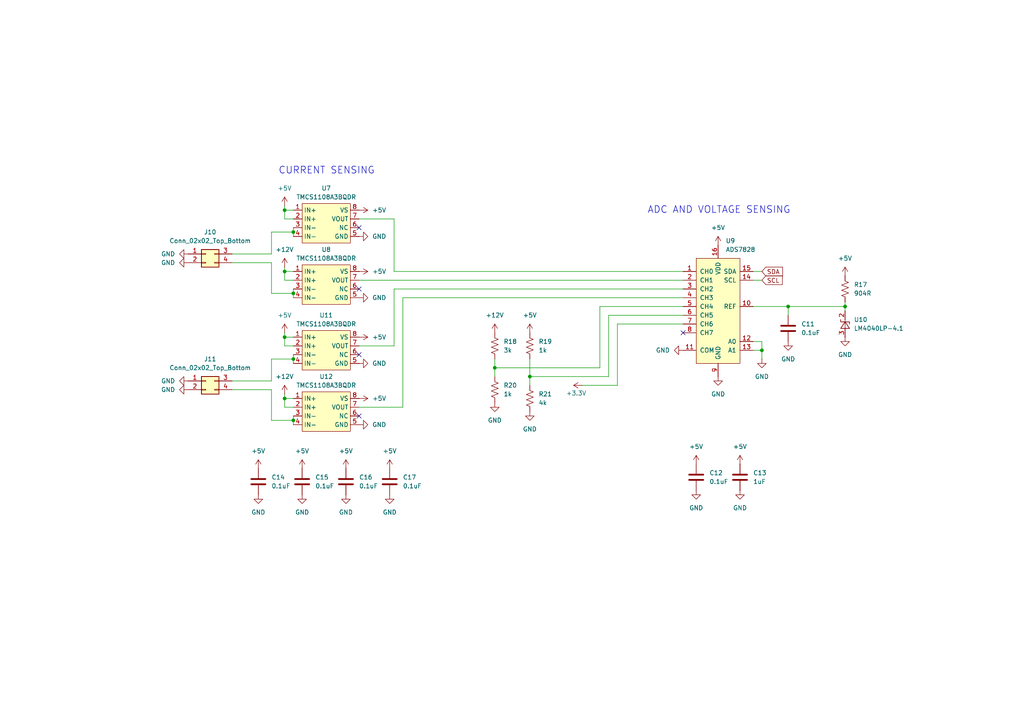
<source format=kicad_sch>
(kicad_sch (version 20231120) (generator "eeschema") (generator_version "8.0")
  (paper "A4")
  (lib_symbols
    (symbol "Analog_ADC:ADS7828" (pin_names (offset 1.016))
      (property "Reference" "U" (at -5.08 15.24 0))
      (property "Value" "ADS7828" (at 5.08 15.24 0))
      (symbol "ADS7828_0_1"
        (rectangle (start -6.35 13.97) (end 6.35 -16.51) (fill (type background)))
        (rectangle (start 6.35 -15.24) (end 6.35 -15.24))
      )
      (symbol "ADS7828_1_1"
        (pin input line (at -10.16 10.16 0) (length 3.81) (name "CH0") (number "1"))
        (pin bidirectional line (at 10.16 0 180) (length 3.81) (name "REF") (number "10"))
        (pin input line (at -10.16 -12.7 0) (length 3.81) (name "COM") (number "11"))
        (pin input line (at 10.16 -10.16 180) (length 3.81) (name "A0") (number "12"))
        (pin input line (at 10.16 -12.7 180) (length 3.81) (name "A1") (number "13"))
        (pin input line (at 10.16 7.62 180) (length 3.81) (name "SCL") (number "14"))
        (pin bidirectional line (at 10.16 10.16 180) (length 3.81) (name "SDA") (number "15"))
        (pin power_in line (at 0 17.78 270) (length 3.81) (name "VDD") (number "16"))
        (pin input line (at -10.16 7.62 0) (length 3.81) (name "CH1") (number "2"))
        (pin input line (at -10.16 5.08 0) (length 3.81) (name "CH2") (number "3"))
        (pin input line (at -10.16 2.54 0) (length 3.81) (name "CH3") (number "4"))
        (pin input line (at -10.16 0 0) (length 3.81) (name "CH4") (number "5"))
        (pin input line (at -10.16 -2.54 0) (length 3.81) (name "CH5") (number "6"))
        (pin input line (at -10.16 -5.08 0) (length 3.81) (name "CH6") (number "7"))
        (pin input line (at -10.16 -7.62 0) (length 3.81) (name "CH7") (number "8"))
        (pin power_in line (at 0 -20.32 90) (length 3.81) (name "GND") (number "9"))
      )
    )
    (symbol "Connector_Generic:Conn_02x02_Top_Bottom" (pin_names (offset 1.016) hide)
      (property "Reference" "J" (at 1.27 2.54 0))
      (property "Value" "Conn_02x02_Top_Bottom" (at 1.27 -5.08 0))
      (symbol "Conn_02x02_Top_Bottom_1_1"
        (rectangle (start -1.27 -2.413) (end 0 -2.667) (stroke (width 0.1524)))
        (rectangle (start -1.27 0.127) (end 0 -0.127) (stroke (width 0.1524)))
        (rectangle (start -1.27 1.27) (end 3.81 -3.81) (stroke (width 0.254)) (fill (type background)))
        (rectangle (start 3.81 -2.413) (end 2.54 -2.667) (stroke (width 0.1524)))
        (rectangle (start 3.81 0.127) (end 2.54 -0.127) (stroke (width 0.1524)))
        (pin passive line (at -5.08 0 0) (length 3.81) (name "Pin_1") (number "1"))
        (pin passive line (at -5.08 -2.54 0) (length 3.81) (name "Pin_2") (number "2"))
        (pin passive line (at 7.62 0 180) (length 3.81) (name "Pin_3") (number "3"))
        (pin passive line (at 7.62 -2.54 180) (length 3.81) (name "Pin_4") (number "4"))
      )
    )
    (symbol "Device:C" (pin_numbers hide) (pin_names (offset 0.254))
      (property "Reference" "C" (at 0.635 2.54 0))
      (property "Value" "C" (at 0.635 -2.54 0))
      (symbol "C_0_1"
        (polyline (pts (xy -2.032 -0.762) (xy 2.032 -0.762)) (stroke (width 0.508)))
        (polyline (pts (xy -2.032 0.762) (xy 2.032 0.762)) (stroke (width 0.508)))
      )
      (symbol "C_1_1"
        (pin passive line (at 0 3.81 270) (length 2.794) (name "~") (number "1"))
        (pin passive line (at 0 -3.81 90) (length 2.794) (name "~") (number "2"))
      )
    )
    (symbol "Device:R_US" (pin_numbers hide) (pin_names (offset 0))
      (property "Reference" "R" (at 2.54 0 90))
      (property "Value" "R_US" (at -2.54 0 90))
      (symbol "R_US_0_1"
        (polyline (pts (xy 0 -2.286) (xy 0 -2.54)))
        (polyline (pts (xy 0 2.286) (xy 0 2.54)))
        (polyline (pts (xy 0 -0.762) (xy 1.016 -1.143) (xy 0 -1.524) (xy -1.016 -1.905) (xy 0 -2.286)))
        (polyline (pts (xy 0 0.762) (xy 1.016 0.381) (xy 0 0) (xy -1.016 -0.381) (xy 0 -0.762)))
        (polyline (pts (xy 0 2.286) (xy 1.016 1.905) (xy 0 1.524) (xy -1.016 1.143) (xy 0 0.762)))
      )
      (symbol "R_US_1_1"
        (pin passive line (at 0 3.81 270) (length 1.27) (name "~") (number "1"))
        (pin passive line (at 0 -3.81 90) (length 1.27) (name "~") (number "2"))
      )
    )
    (symbol "Reference_Voltage:LM4040LP-4.1" (pin_names (offset 0.0254) hide)
      (property "Reference" "U" (at 0 2.54 0))
      (property "Value" "LM4040LP-4.1" (at 0 -3.175 0))
      (symbol "LM4040LP-4.1_0_1"
        (polyline (pts (xy -1.27 0) (xy 0 0) (xy 1.27 0)))
        (polyline (pts (xy -1.27 -1.27) (xy 0.635 0) (xy -1.27 1.27) (xy -1.27 -1.27)) (stroke (width 0.2032)))
        (polyline (pts (xy 0 -1.27) (xy 0.635 -1.27) (xy 0.635 1.27) (xy 1.27 1.27)) (stroke (width 0.2032)))
      )
      (symbol "LM4040LP-4.1_1_1"
        (pin no_connect line (at -1.27 0 0) (length 2.54) hide (name "NC") (number "1"))
        (pin passive line (at 3.81 0 180) (length 2.54) (name "K") (number "2"))
        (pin passive line (at -3.81 0 0) (length 2.54) (name "A") (number "3"))
      )
    )
    (symbol "bh_symbol_library:TMCS1108A3BQDR"
      (property "Reference" "U" (at -7.112 0.508 0))
      (property "Value" "TMCS1108A3BQDR" (at 0 0 0))
      (symbol "TMCS1108A3BQDR_1_1"
        (rectangle (start -7.62 -0.635) (end 6.35 -12.065) (fill (type background)))
        (pin input line (at -10.16 -2.54 0) (length 2.54) (name "IN+") (number "1"))
        (pin input line (at -10.16 -5.08 0) (length 2.54) (name "IN+") (number "2"))
        (pin input line (at -10.16 -7.62 0) (length 2.54) (name "IN-") (number "3"))
        (pin input line (at -10.16 -10.16 0) (length 2.54) (name "IN-") (number "4"))
        (pin input line (at 8.89 -10.16 180) (length 2.54) (name "GND") (number "5"))
        (pin input line (at 8.89 -7.62 180) (length 2.54) (name "NC") (number "6"))
        (pin input line (at 8.89 -5.08 180) (length 2.54) (name "VOUT") (number "7"))
        (pin input line (at 8.89 -2.54 180) (length 2.54) (name "VS") (number "8"))
      )
    )
    (symbol "power:+12V" (power) (pin_numbers hide) (pin_names (offset 0) hide)
      (property "Value" "+12V" (at 0 3.556 0))
      (symbol "+12V_0_1"
        (polyline (pts (xy -0.762 1.27) (xy 0 2.54)))
        (polyline (pts (xy 0 0) (xy 0 2.54)))
        (polyline (pts (xy 0 2.54) (xy 0.762 1.27)))
      )
      (symbol "+12V_1_1"
        (pin power_in line (at 0 0 90) (length 0) (name "~") (number "1"))
      )
    )
    (symbol "power:+3.3V" (power) (pin_numbers hide) (pin_names (offset 0) hide)
      (property "Value" "+3.3V" (at 0 3.556 0))
      (symbol "+3.3V_0_1"
        (polyline (pts (xy -0.762 1.27) (xy 0 2.54)))
        (polyline (pts (xy 0 0) (xy 0 2.54)))
        (polyline (pts (xy 0 2.54) (xy 0.762 1.27)))
      )
      (symbol "+3.3V_1_1"
        (pin power_in line (at 0 0 90) (length 0) (name "~") (number "1"))
      )
    )
    (symbol "power:+5V" (power) (pin_numbers hide) (pin_names (offset 0) hide)
      (property "Value" "+5V" (at 0 3.556 0))
      (symbol "+5V_0_1"
        (polyline (pts (xy -0.762 1.27) (xy 0 2.54)))
        (polyline (pts (xy 0 0) (xy 0 2.54)))
        (polyline (pts (xy 0 2.54) (xy 0.762 1.27)))
      )
      (symbol "+5V_1_1"
        (pin power_in line (at 0 0 90) (length 0) (name "~") (number "1"))
      )
    )
    (symbol "power:GND" (power) (pin_numbers hide) (pin_names (offset 0) hide)
      (property "Value" "GND" (at 0 -3.81 0))
      (symbol "GND_0_1"
        (polyline (pts (xy 0 0) (xy 0 -1.27) (xy 1.27 -1.27) (xy 0 -2.54) (xy -1.27 -1.27) (xy 0 -1.27)))
      )
      (symbol "GND_1_1"
        (pin power_in line (at 0 0 270) (length 0) (name "~") (number "1"))
      )
    )
  )
  (junction (at 143.51 106.68))
  (junction (at 85.09 85.09))
  (junction (at 220.98 101.6))
  (junction (at 153.67 109.22))
  (junction (at 82.55 78.74))
  (junction (at 82.55 60.96))
  (junction (at 82.55 115.57))
  (junction (at 245.11 88.9))
  (junction (at 82.55 97.79))
  (junction (at 85.09 121.92))
  (junction (at 85.09 104.14))
  (junction (at 85.09 67.31))
  (junction (at 228.6 88.9))
  (no_connect (at 104.14 102.87))
  (no_connect (at 104.14 83.82))
  (no_connect (at 198.12 96.52))
  (no_connect (at 104.14 120.65))
  (no_connect (at 104.14 66.04))
  (wire (pts (xy 198.12 93.98) (xy 179.07 93.98)))
  (wire (pts (xy 78.74 121.92) (xy 85.09 121.92)))
  (wire (pts (xy 116.84 118.11) (xy 116.84 86.36)))
  (wire (pts (xy 104.14 81.28) (xy 198.12 81.28)))
  (wire (pts (xy 82.55 97.79) (xy 85.09 97.79)))
  (wire (pts (xy 176.53 91.44) (xy 176.53 109.22)))
  (wire (pts (xy 85.09 100.33) (xy 82.55 100.33)))
  (wire (pts (xy 85.09 63.5) (xy 82.55 63.5)))
  (wire (pts (xy 85.09 121.92) (xy 85.09 123.19)))
  (wire (pts (xy 114.3 100.33) (xy 114.3 83.82)))
  (wire (pts (xy 82.55 96.52) (xy 82.55 97.79)))
  (wire (pts (xy 114.3 83.82) (xy 198.12 83.82)))
  (wire (pts (xy 82.55 77.47) (xy 82.55 78.74)))
  (wire (pts (xy 78.74 76.2) (xy 78.74 85.09)))
  (wire (pts (xy 114.3 78.74) (xy 198.12 78.74)))
  (wire (pts (xy 82.55 81.28) (xy 85.09 81.28)))
  (wire (pts (xy 218.44 81.28) (xy 220.98 81.28)))
  (wire (pts (xy 218.44 88.9) (xy 228.6 88.9)))
  (wire (pts (xy 67.31 76.2) (xy 78.74 76.2)))
  (wire (pts (xy 85.09 66.04) (xy 85.09 67.31)))
  (wire (pts (xy 85.09 102.87) (xy 85.09 104.14)))
  (wire (pts (xy 179.07 111.76) (xy 168.91 111.76)))
  (wire (pts (xy 82.55 115.57) (xy 85.09 115.57)))
  (wire (pts (xy 67.31 110.49) (xy 78.74 110.49)))
  (wire (pts (xy 179.07 93.98) (xy 179.07 111.76)))
  (wire (pts (xy 104.14 100.33) (xy 114.3 100.33)))
  (wire (pts (xy 220.98 101.6) (xy 220.98 104.14)))
  (wire (pts (xy 143.51 104.14) (xy 143.51 106.68)))
  (wire (pts (xy 82.55 59.69) (xy 82.55 60.96)))
  (wire (pts (xy 245.11 87.63) (xy 245.11 88.9)))
  (wire (pts (xy 78.74 85.09) (xy 85.09 85.09)))
  (wire (pts (xy 82.55 78.74) (xy 82.55 81.28)))
  (wire (pts (xy 78.74 104.14) (xy 85.09 104.14)))
  (wire (pts (xy 198.12 88.9) (xy 173.99 88.9)))
  (wire (pts (xy 82.55 78.74) (xy 85.09 78.74)))
  (wire (pts (xy 218.44 101.6) (xy 220.98 101.6)))
  (wire (pts (xy 153.67 104.14) (xy 153.67 109.22)))
  (wire (pts (xy 245.11 88.9) (xy 245.11 90.17)))
  (wire (pts (xy 143.51 106.68) (xy 143.51 109.22)))
  (wire (pts (xy 153.67 109.22) (xy 176.53 109.22)))
  (wire (pts (xy 85.09 67.31) (xy 85.09 68.58)))
  (wire (pts (xy 82.55 60.96) (xy 85.09 60.96)))
  (wire (pts (xy 173.99 88.9) (xy 173.99 106.68)))
  (wire (pts (xy 173.99 106.68) (xy 143.51 106.68)))
  (wire (pts (xy 78.74 67.31) (xy 85.09 67.31)))
  (wire (pts (xy 114.3 63.5) (xy 114.3 78.74)))
  (wire (pts (xy 153.67 109.22) (xy 153.67 111.76)))
  (wire (pts (xy 104.14 118.11) (xy 116.84 118.11)))
  (wire (pts (xy 82.55 60.96) (xy 82.55 63.5)))
  (wire (pts (xy 78.74 73.66) (xy 78.74 67.31)))
  (wire (pts (xy 220.98 99.06) (xy 220.98 101.6)))
  (wire (pts (xy 104.14 63.5) (xy 114.3 63.5)))
  (wire (pts (xy 85.09 104.14) (xy 85.09 105.41)))
  (wire (pts (xy 82.55 97.79) (xy 82.55 100.33)))
  (wire (pts (xy 67.31 113.03) (xy 78.74 113.03)))
  (wire (pts (xy 198.12 91.44) (xy 176.53 91.44)))
  (wire (pts (xy 78.74 110.49) (xy 78.74 104.14)))
  (wire (pts (xy 82.55 114.3) (xy 82.55 115.57)))
  (wire (pts (xy 228.6 91.44) (xy 228.6 88.9)))
  (wire (pts (xy 228.6 88.9) (xy 245.11 88.9)))
  (wire (pts (xy 82.55 118.11) (xy 85.09 118.11)))
  (wire (pts (xy 85.09 83.82) (xy 85.09 85.09)))
  (wire (pts (xy 85.09 120.65) (xy 85.09 121.92)))
  (wire (pts (xy 78.74 113.03) (xy 78.74 121.92)))
  (wire (pts (xy 116.84 86.36) (xy 198.12 86.36)))
  (wire (pts (xy 67.31 73.66) (xy 78.74 73.66)))
  (wire (pts (xy 218.44 78.74) (xy 220.98 78.74)))
  (wire (pts (xy 82.55 115.57) (xy 82.55 118.11)))
  (wire (pts (xy 85.09 85.09) (xy 85.09 86.36)))
  (wire (pts (xy 218.44 99.06) (xy 220.98 99.06)))
  (text "ADC AND VOLTAGE SENSING" (at 208.534 60.96 0) (effects (font (size 2 2))))
  (text "CURRENT SENSING" (at 94.742 49.53 0) (effects (font (size 2 2))))
  (global_label "SDA" (shape input) (at 220.98 78.74 0) (property "Intersheetrefs" "${INTERSHEET_REFS}" (effects (hide yes))))
  (global_label "SCL" (shape input) (at 220.98 81.28 0) (property "Intersheetrefs" "${INTERSHEET_REFS}" (effects (hide yes))))
  (symbol (lib_id "power:GND") (at 104.14 86.36 90) (unit 1)
    (property "Reference" "#PWR070" (effects (hide yes)))
    (property "Value" "GND" (at 107.95 86.3599 90) (effects (justify right)))
    (property "Description" "Power symbol creates a global label with name \"GND\" , ground" (effects (hide yes)))
  )
  (symbol (lib_id "power:GND") (at 87.63 143.51 0) (unit 1)
    (property "Reference" "#PWR098" (effects (hide yes)))
    (property "Value" "GND" (at 87.63 148.59 0))
    (property "Description" "Power symbol creates a global label with name \"GND\" , ground" (effects (hide yes)))
  )
  (symbol (lib_id "power:GND") (at 54.61 73.66 270) (unit 1)
    (property "Reference" "#PWR065" (effects (hide yes)))
    (property "Value" "GND" (at 50.8 73.6599 90) (effects (justify right)))
    (property "Description" "Power symbol creates a global label with name \"GND\" , ground" (effects (hide yes)))
  )
  (symbol (lib_id "power:GND") (at 104.14 68.58 90) (unit 1)
    (property "Reference" "#PWR063" (effects (hide yes)))
    (property "Value" "GND" (at 107.95 68.5799 90) (effects (justify right)))
    (property "Description" "Power symbol creates a global label with name \"GND\" , ground" (effects (hide yes)))
  )
  (symbol (lib_id "Device:C") (at 228.6 95.25 0) (unit 1)
    (property "Reference" "C11" (at 232.41 93.9799 0) (effects (justify left)))
    (property "Value" "0.1uF" (at 232.41 96.5199 0) (effects (justify left)))
    (property "Footprint" "Capacitor_THT:C_Rect_L4.6mm_W2.0mm_P2.50mm_MKS02_FKP02" (effects (hide yes)))
    (property "Description" "Unpolarized capacitor" (effects (hide yes)))
    (property "Digikey" "https://www.digikey.ca/en/products/detail/vishay-beyschlag-draloric-bc-components/K104K10X7RF5UH5/2356754" (effects (hide yes)))
  )
  (symbol (lib_id "power:+5V") (at 104.14 115.57 270) (unit 1)
    (property "Reference" "#PWR085" (effects (hide yes)))
    (property "Value" "+5V" (at 107.95 115.5699 90) (effects (justify left)))
    (property "Description" "Power symbol creates a global label with name \"+5V\"" (effects (hide yes)))
  )
  (symbol (lib_id "power:+5V") (at 245.11 80.01 0) (unit 1)
    (property "Reference" "#PWR069" (effects (hide yes)))
    (property "Value" "+5V" (at 245.11 74.93 0))
    (property "Description" "Power symbol creates a global label with name \"+5V\"" (effects (hide yes)))
  )
  (symbol (lib_id "power:+5V") (at 153.67 96.52 0) (unit 1)
    (property "Reference" "#PWR073" (effects (hide yes)))
    (property "Value" "+5V" (at 153.67 91.44 0))
    (property "Description" "Power symbol creates a global label with name \"+5V\"" (effects (hide yes)))
  )
  (symbol (lib_id "power:+5V") (at 87.63 135.89 0) (unit 1)
    (property "Reference" "#PWR092" (effects (hide yes)))
    (property "Value" "+5V" (at 87.63 130.81 0))
    (property "Description" "Power symbol creates a global label with name \"+5V\"" (effects (hide yes)))
  )
  (symbol (lib_id "bh_symbol_library:TMCS1108A3BQDR") (at 95.25 113.03 0) (unit 1)
    (property "Reference" "U12" (at 94.615 109.22 0))
    (property "Value" "TMCS1108A3BQDR" (at 94.615 111.76 0))
    (property "Footprint" "Package_SO:SOIC-8-N7_3.9x4.9mm_P1.27mm" (effects (hide yes)))
  )
  (symbol (lib_id "power:GND") (at 198.12 101.6 270) (unit 1)
    (property "Reference" "#PWR077" (effects (hide yes)))
    (property "Value" "GND" (at 194.31 101.5999 90) (effects (justify right)))
    (property "Description" "Power symbol creates a global label with name \"GND\" , ground" (effects (hide yes)))
  )
  (symbol (lib_id "power:GND") (at 54.61 76.2 270) (unit 1)
    (property "Reference" "#PWR066" (effects (hide yes)))
    (property "Value" "GND" (at 50.8 76.1999 90) (effects (justify right)))
    (property "Description" "Power symbol creates a global label with name \"GND\" , ground" (effects (hide yes)))
  )
  (symbol (lib_id "power:+3.3V") (at 168.91 111.76 90) (unit 1)
    (property "Reference" "#PWR082" (effects (hide yes)))
    (property "Value" "+3.3V" (at 167.132 114.046 90))
    (property "Description" "Power symbol creates a global label with name \"+3.3V\"" (effects (hide yes)))
  )
  (symbol (lib_id "Device:R_US") (at 153.67 100.33 0) (unit 1)
    (property "Reference" "R19" (at 156.21 99.0599 0) (effects (justify left)))
    (property "Value" "1k" (at 156.21 101.5999 0) (effects (justify left)))
    (property "Footprint" "Resistor_THT:R_Axial_DIN0207_L6.3mm_D2.5mm_P10.16mm_Horizontal" (effects (hide yes)))
    (property "Description" "Resistor, US symbol" (effects (hide yes)))
  )
  (symbol (lib_id "power:GND") (at 245.11 97.79 0) (unit 1)
    (property "Reference" "#PWR075" (effects (hide yes)))
    (property "Value" "GND" (at 245.11 102.87 0))
    (property "Description" "Power symbol creates a global label with name \"GND\" , ground" (effects (hide yes)))
  )
  (symbol (lib_id "Device:R_US") (at 143.51 113.03 0) (unit 1)
    (property "Reference" "R20" (at 146.05 111.7599 0) (effects (justify left)))
    (property "Value" "1k" (at 146.05 114.2999 0) (effects (justify left)))
    (property "Footprint" "Resistor_THT:R_Axial_DIN0207_L6.3mm_D2.5mm_P10.16mm_Horizontal" (effects (hide yes)))
    (property "Description" "Resistor, US symbol" (effects (hide yes)))
  )
  (symbol (lib_id "power:+5V") (at 113.03 135.89 0) (unit 1)
    (property "Reference" "#PWR094" (effects (hide yes)))
    (property "Value" "+5V" (at 113.03 130.81 0))
    (property "Description" "Power symbol creates a global label with name \"+5V\"" (effects (hide yes)))
  )
  (symbol (lib_id "power:GND") (at 214.63 142.24 0) (unit 1)
    (property "Reference" "#PWR096" (effects (hide yes)))
    (property "Value" "GND" (at 214.63 147.32 0))
    (property "Description" "Power symbol creates a global label with name \"GND\" , ground" (effects (hide yes)))
  )
  (symbol (lib_id "power:GND") (at 228.6 99.06 0) (unit 1)
    (property "Reference" "#PWR076" (effects (hide yes)))
    (property "Value" "GND" (at 228.6 104.14 0))
    (property "Description" "Power symbol creates a global label with name \"GND\" , ground" (effects (hide yes)))
  )
  (symbol (lib_id "Device:C") (at 113.03 139.7 0) (unit 1)
    (property "Reference" "C17" (at 116.84 138.4299 0) (effects (justify left)))
    (property "Value" "0.1uF" (at 116.84 140.9699 0) (effects (justify left)))
    (property "Footprint" "Capacitor_THT:C_Rect_L4.6mm_W2.0mm_P2.50mm_MKS02_FKP02" (effects (hide yes)))
    (property "Description" "Unpolarized capacitor" (effects (hide yes)))
    (property "Digikey" "https://www.digikey.ca/en/products/detail/vishay-beyschlag-draloric-bc-components/K104K10X7RF5UH5/2356754" (effects (hide yes)))
  )
  (symbol (lib_id "power:GND") (at 104.14 105.41 90) (unit 1)
    (property "Reference" "#PWR079" (effects (hide yes)))
    (property "Value" "GND" (at 107.95 105.4099 90) (effects (justify right)))
    (property "Description" "Power symbol creates a global label with name \"GND\" , ground" (effects (hide yes)))
  )
  (symbol (lib_id "Device:C") (at 214.63 138.43 0) (unit 1)
    (property "Reference" "C13" (at 218.44 137.1599 0) (effects (justify left)))
    (property "Value" "1uF" (at 218.44 139.6999 0) (effects (justify left)))
    (property "Footprint" "Capacitor_THT:C_Rect_L4.6mm_W2.0mm_P2.50mm_MKS02_FKP02" (effects (hide yes)))
    (property "Description" "Unpolarized capacitor" (effects (hide yes)))
    (property "Digikey" "https://www.digikey.ca/en/products/detail/vishay-beyschlag-draloric-bc-components/K104K10X7RF5UH5/2356754" (effects (hide yes)))
  )
  (symbol (lib_id "power:+12V") (at 143.51 96.52 0) (unit 1)
    (property "Reference" "#PWR072" (effects (hide yes)))
    (property "Value" "+12V" (at 143.51 91.44 0))
    (property "Description" "Power symbol creates a global label with name \"+12V\"" (effects (hide yes)))
  )
  (symbol (lib_id "Connector_Generic:Conn_02x02_Top_Bottom") (at 59.69 73.66 0) (unit 1)
    (property "Reference" "J10" (at 60.96 67.31 0))
    (property "Value" "Conn_02x02_Top_Bottom" (at 60.96 69.85 0))
    (property "Footprint" "Connector_Molex:Molex_Mini-Fit_Jr_5569-04A2_2x02_P4.20mm_Horizontal" (effects (hide yes)))
    (property "Description" "Generic connector, double row, 02x02, top/bottom pin numbering scheme (row 1: 1...pins_per_row, row2: pins_per_row+1 ... num_pins), script generated (kicad-library-utils/schlib/autogen/connector/)" (effects (hide yes)))
    (property "Digikey" "https://www.digikey.ca/en/products/detail/molex/0039300040/930321" (effects (hide yes)))
  )
  (symbol (lib_id "power:+5V") (at 82.55 96.52 0) (unit 1)
    (property "Reference" "#PWR071" (effects (hide yes)))
    (property "Value" "+5V" (at 82.55 91.44 0))
    (property "Description" "Power symbol creates a global label with name \"+5V\"" (effects (hide yes)))
  )
  (symbol (lib_id "power:+5V") (at 201.93 134.62 0) (unit 1)
    (property "Reference" "#PWR089" (effects (hide yes)))
    (property "Value" "+5V" (at 201.93 129.54 0))
    (property "Description" "Power symbol creates a global label with name \"+5V\"" (effects (hide yes)))
  )
  (symbol (lib_id "power:+5V") (at 82.55 59.69 0) (unit 1)
    (property "Reference" "#PWR061" (effects (hide yes)))
    (property "Value" "+5V" (at 82.55 54.61 0))
    (property "Description" "Power symbol creates a global label with name \"+5V\"" (effects (hide yes)))
  )
  (symbol (lib_id "Device:R_US") (at 245.11 83.82 0) (unit 1)
    (property "Reference" "R17" (at 247.65 82.5499 0) (effects (justify left)))
    (property "Value" "904R" (at 247.65 85.0899 0) (effects (justify left)))
    (property "Footprint" "Resistor_THT:R_Axial_DIN0207_L6.3mm_D2.5mm_P10.16mm_Horizontal" (effects (hide yes)))
    (property "Description" "Resistor, US symbol" (effects (hide yes)))
  )
  (symbol (lib_id "Device:C") (at 87.63 139.7 0) (unit 1)
    (property "Reference" "C15" (at 91.44 138.4299 0) (effects (justify left)))
    (property "Value" "0.1uF" (at 91.44 140.9699 0) (effects (justify left)))
    (property "Footprint" "Capacitor_THT:C_Rect_L4.6mm_W2.0mm_P2.50mm_MKS02_FKP02" (effects (hide yes)))
    (property "Description" "Unpolarized capacitor" (effects (hide yes)))
    (property "Digikey" "https://www.digikey.ca/en/products/detail/vishay-beyschlag-draloric-bc-components/K104K10X7RF5UH5/2356754" (effects (hide yes)))
  )
  (symbol (lib_id "power:+12V") (at 82.55 114.3 0) (mirror y) (unit 1)
    (property "Reference" "#PWR084" (effects (hide yes)))
    (property "Value" "+12V" (at 82.55 109.22 0))
    (property "Description" "Power symbol creates a global label with name \"+12V\"" (effects (hide yes)))
  )
  (symbol (lib_id "power:GND") (at 54.61 113.03 270) (unit 1)
    (property "Reference" "#PWR083" (effects (hide yes)))
    (property "Value" "GND" (at 50.8 113.0299 90) (effects (justify right)))
    (property "Description" "Power symbol creates a global label with name \"GND\" , ground" (effects (hide yes)))
  )
  (symbol (lib_id "power:GND") (at 74.93 143.51 0) (unit 1)
    (property "Reference" "#PWR097" (effects (hide yes)))
    (property "Value" "GND" (at 74.93 148.59 0))
    (property "Description" "Power symbol creates a global label with name \"GND\" , ground" (effects (hide yes)))
  )
  (symbol (lib_id "Device:C") (at 100.33 139.7 0) (unit 1)
    (property "Reference" "C16" (at 104.14 138.4299 0) (effects (justify left)))
    (property "Value" "0.1uF" (at 104.14 140.9699 0) (effects (justify left)))
    (property "Footprint" "Capacitor_THT:C_Rect_L4.6mm_W2.0mm_P2.50mm_MKS02_FKP02" (effects (hide yes)))
    (property "Description" "Unpolarized capacitor" (effects (hide yes)))
    (property "Digikey" "https://www.digikey.ca/en/products/detail/vishay-beyschlag-draloric-bc-components/K104K10X7RF5UH5/2356754" (effects (hide yes)))
  )
  (symbol (lib_id "Device:R_US") (at 143.51 100.33 0) (unit 1)
    (property "Reference" "R18" (at 146.05 99.0599 0) (effects (justify left)))
    (property "Value" "3k" (at 146.05 101.5999 0) (effects (justify left)))
    (property "Footprint" "Resistor_THT:R_Axial_DIN0207_L6.3mm_D2.5mm_P10.16mm_Horizontal" (effects (hide yes)))
    (property "Description" "Resistor, US symbol" (effects (hide yes)))
  )
  (symbol (lib_id "power:GND") (at 104.14 123.19 90) (unit 1)
    (property "Reference" "#PWR088" (effects (hide yes)))
    (property "Value" "GND" (at 107.95 123.1899 90) (effects (justify right)))
    (property "Description" "Power symbol creates a global label with name \"GND\" , ground" (effects (hide yes)))
  )
  (symbol (lib_id "Device:C") (at 201.93 138.43 0) (unit 1)
    (property "Reference" "C12" (at 205.74 137.1599 0) (effects (justify left)))
    (property "Value" "0.1uF" (at 205.74 139.6999 0) (effects (justify left)))
    (property "Footprint" "Capacitor_THT:C_Rect_L4.6mm_W2.0mm_P2.50mm_MKS02_FKP02" (effects (hide yes)))
    (property "Description" "Unpolarized capacitor" (effects (hide yes)))
    (property "Digikey" "https://www.digikey.ca/en/products/detail/vishay-beyschlag-draloric-bc-components/K104K10X7RF5UH5/2356754" (effects (hide yes)))
  )
  (symbol (lib_id "Reference_Voltage:LM4040LP-4.1") (at 245.11 93.98 90) (unit 1)
    (property "Reference" "U10" (at 247.65 92.7099 90) (effects (justify right)))
    (property "Value" "LM4040LP-4.1" (at 247.65 95.2499 90) (effects (justify right)))
    (property "Footprint" "Package_TO_SOT_THT:TO-92_Inline" (effects (hide yes)))
    (property "Datasheet" "http://www.ti.com/lit/ds/symlink/lm4040-n.pdf" (effects (hide yes)))
    (property "Description" "4.096V Precision Micropower Shunt Voltage Reference, TO-92" (effects (hide yes)))
    (property "Digikey" "https://www.digikey.com/en/products/detail/texas-instruments/LM4040AIZ-4-1-NOPB/212689" (effects (hide yes)))
  )
  (symbol (lib_id "bh_symbol_library:TMCS1108A3BQDR") (at 95.25 76.2 0) (unit 1)
    (property "Reference" "U8" (at 94.615 72.39 0))
    (property "Value" "TMCS1108A3BQDR" (at 94.615 74.93 0))
    (property "Footprint" "Package_SO:SOIC-8-N7_3.9x4.9mm_P1.27mm" (effects (hide yes)))
    (property "Digikey" "https://www.digikey.ca/en/products/detail/texas-instruments/TMCS1108A3BQDR/13692847" (effects (hide yes)))
  )
  (symbol (lib_id "power:+12V") (at 82.55 77.47 0) (mirror y) (unit 1)
    (property "Reference" "#PWR067" (effects (hide yes)))
    (property "Value" "+12V" (at 82.55 72.39 0))
    (property "Description" "Power symbol creates a global label with name \"+12V\"" (effects (hide yes)))
  )
  (symbol (lib_id "power:GND") (at 153.67 119.38 0) (unit 1)
    (property "Reference" "#PWR087" (effects (hide yes)))
    (property "Value" "GND" (at 153.67 124.46 0))
    (property "Description" "Power symbol creates a global label with name \"GND\" , ground" (effects (hide yes)))
  )
  (symbol (lib_id "power:GND") (at 201.93 142.24 0) (unit 1)
    (property "Reference" "#PWR095" (effects (hide yes)))
    (property "Value" "GND" (at 201.93 147.32 0))
    (property "Description" "Power symbol creates a global label with name \"GND\" , ground" (effects (hide yes)))
  )
  (symbol (lib_id "Analog_ADC:ADS7828") (at 208.28 88.9 0) (unit 1)
    (property "Reference" "U9" (at 210.4741 69.85 0) (effects (justify left)))
    (property "Value" "ADS7828" (at 210.4741 72.39 0) (effects (justify left)))
    (property "Footprint" "Package_SO:TSSOP-16_4.4x5mm_P0.65mm" (effects (hide yes)))
    (property "Datasheet" "http://www.ti.com/lit/ds/symlink/ads7828.pdf" (effects (hide yes)))
    (property "Description" "12-Bits, 8-Channels, ADC, I2C, TSSOP-16" (effects (hide yes)))
    (property "Digikey" "https://www.digikey.ca/en/products/detail/texas-instruments/ADS7828E-2K5/1689481" (effects (hide yes)))
  )
  (symbol (lib_id "power:GND") (at 113.03 143.51 0) (unit 1)
    (property "Reference" "#PWR0100" (effects (hide yes)))
    (property "Value" "GND" (at 113.03 148.59 0))
    (property "Description" "Power symbol creates a global label with name \"GND\" , ground" (effects (hide yes)))
  )
  (symbol (lib_id "Device:C") (at 74.93 139.7 0) (unit 1)
    (property "Reference" "C14" (at 78.74 138.4299 0) (effects (justify left)))
    (property "Value" "0.1uF" (at 78.74 140.9699 0) (effects (justify left)))
    (property "Footprint" "Capacitor_THT:C_Rect_L4.6mm_W2.0mm_P2.50mm_MKS02_FKP02" (effects (hide yes)))
    (property "Description" "Unpolarized capacitor" (effects (hide yes)))
    (property "Digikey" "https://www.digikey.ca/en/products/detail/vishay-beyschlag-draloric-bc-components/K104K10X7RF5UH5/2356754" (effects (hide yes)))
  )
  (symbol (lib_id "power:+5V") (at 74.93 135.89 0) (unit 1)
    (property "Reference" "#PWR091" (effects (hide yes)))
    (property "Value" "+5V" (at 74.93 130.81 0))
    (property "Description" "Power symbol creates a global label with name \"+5V\"" (effects (hide yes)))
  )
  (symbol (lib_id "power:GND") (at 143.51 116.84 0) (unit 1)
    (property "Reference" "#PWR086" (effects (hide yes)))
    (property "Value" "GND" (at 143.51 121.92 0))
    (property "Description" "Power symbol creates a global label with name \"GND\" , ground" (effects (hide yes)))
  )
  (symbol (lib_id "power:+5V") (at 104.14 97.79 270) (unit 1)
    (property "Reference" "#PWR074" (effects (hide yes)))
    (property "Value" "+5V" (at 107.95 97.7899 90) (effects (justify left)))
    (property "Description" "Power symbol creates a global label with name \"+5V\"" (effects (hide yes)))
  )
  (symbol (lib_id "power:GND") (at 54.61 110.49 270) (unit 1)
    (property "Reference" "#PWR081" (effects (hide yes)))
    (property "Value" "GND" (at 50.8 110.4899 90) (effects (justify right)))
    (property "Description" "Power symbol creates a global label with name \"GND\" , ground" (effects (hide yes)))
  )
  (symbol (lib_id "bh_symbol_library:TMCS1108A3BQDR") (at 95.25 58.42 0) (unit 1)
    (property "Reference" "U7" (at 94.615 54.61 0))
    (property "Value" "TMCS1108A3BQDR" (at 94.615 57.15 0))
    (property "Footprint" "Package_SO:SOIC-8-N7_3.9x4.9mm_P1.27mm" (effects (hide yes)))
  )
  (symbol (lib_id "Connector_Generic:Conn_02x02_Top_Bottom") (at 59.69 110.49 0) (unit 1)
    (property "Reference" "J11" (at 60.96 104.14 0))
    (property "Value" "Conn_02x02_Top_Bottom" (at 60.96 106.68 0))
    (property "Footprint" "Connector_Molex:Molex_Mini-Fit_Jr_5569-04A2_2x02_P4.20mm_Horizontal" (effects (hide yes)))
    (property "Description" "Generic connector, double row, 02x02, top/bottom pin numbering scheme (row 1: 1...pins_per_row, row2: pins_per_row+1 ... num_pins), script generated (kicad-library-utils/schlib/autogen/connector/)" (effects (hide yes)))
    (property "Digikey" "https://www.digikey.ca/en/products/detail/molex/0039300040/930321" (effects (hide yes)))
  )
  (symbol (lib_id "power:+5V") (at 100.33 135.89 0) (unit 1)
    (property "Reference" "#PWR093" (effects (hide yes)))
    (property "Value" "+5V" (at 100.33 130.81 0))
    (property "Description" "Power symbol creates a global label with name \"+5V\"" (effects (hide yes)))
  )
  (symbol (lib_id "bh_symbol_library:TMCS1108A3BQDR") (at 95.25 95.25 0) (unit 1)
    (property "Reference" "U11" (at 94.615 91.44 0))
    (property "Value" "TMCS1108A3BQDR" (at 94.615 93.98 0))
    (property "Footprint" "Package_SO:SOIC-8-N7_3.9x4.9mm_P1.27mm" (effects (hide yes)))
  )
  (symbol (lib_id "power:GND") (at 208.28 109.22 0) (unit 1)
    (property "Reference" "#PWR080" (effects (hide yes)))
    (property "Value" "GND" (at 208.28 114.3 0))
    (property "Description" "Power symbol creates a global label with name \"GND\" , ground" (effects (hide yes)))
  )
  (symbol (lib_id "power:GND") (at 100.33 143.51 0) (unit 1)
    (property "Reference" "#PWR099" (effects (hide yes)))
    (property "Value" "GND" (at 100.33 148.59 0))
    (property "Description" "Power symbol creates a global label with name \"GND\" , ground" (effects (hide yes)))
  )
  (symbol (lib_id "power:+5V") (at 214.63 134.62 0) (unit 1)
    (property "Reference" "#PWR090" (effects (hide yes)))
    (property "Value" "+5V" (at 214.63 129.54 0))
    (property "Description" "Power symbol creates a global label with name \"+5V\"" (effects (hide yes)))
  )
  (symbol (lib_id "power:+5V") (at 104.14 78.74 270) (unit 1)
    (property "Reference" "#PWR068" (effects (hide yes)))
    (property "Value" "+5V" (at 107.95 78.7399 90) (effects (justify left)))
    (property "Description" "Power symbol creates a global label with name \"+5V\"" (effects (hide yes)))
  )
  (symbol (lib_id "power:GND") (at 220.98 104.14 0) (mirror y) (unit 1)
    (property "Reference" "#PWR078" (effects (hide yes)))
    (property "Value" "GND" (at 220.98 109.22 0))
    (property "Description" "Power symbol creates a global label with name \"GND\" , ground" (effects (hide yes)))
  )
  (symbol (lib_id "Device:R_US") (at 153.67 115.57 0) (unit 1)
    (property "Reference" "R21" (at 156.21 114.2999 0) (effects (justify left)))
    (property "Value" "4k" (at 156.21 116.8399 0) (effects (justify left)))
    (property "Footprint" "Resistor_THT:R_Axial_DIN0207_L6.3mm_D2.5mm_P10.16mm_Horizontal" (effects (hide yes)))
    (property "Description" "Resistor, US symbol" (effects (hide yes)))
  )
  (symbol (lib_id "power:+5V") (at 104.14 60.96 270) (unit 1)
    (property "Reference" "#PWR062" (effects (hide yes)))
    (property "Value" "+5V" (at 107.95 60.9599 90) (effects (justify left)))
    (property "Description" "Power symbol creates a global label with name \"+5V\"" (effects (hide yes)))
  )
  (symbol (lib_id "power:+5V") (at 208.28 71.12 0) (unit 1)
    (property "Reference" "#PWR064" (effects (hide yes)))
    (property "Value" "+5V" (at 208.28 66.04 0))
    (property "Description" "Power symbol creates a global label with name \"+5V\"" (effects (hide yes)))
  )
)
</source>
